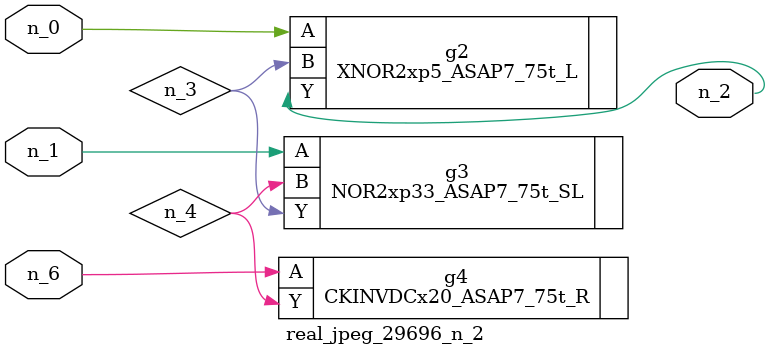
<source format=v>
module real_jpeg_29696_n_2 (n_6, n_1, n_0, n_2);

input n_6;
input n_1;
input n_0;

output n_2;

wire n_4;
wire n_3;

XNOR2xp5_ASAP7_75t_L g2 ( 
.A(n_0),
.B(n_3),
.Y(n_2)
);

NOR2xp33_ASAP7_75t_SL g3 ( 
.A(n_1),
.B(n_4),
.Y(n_3)
);

CKINVDCx20_ASAP7_75t_R g4 ( 
.A(n_6),
.Y(n_4)
);


endmodule
</source>
